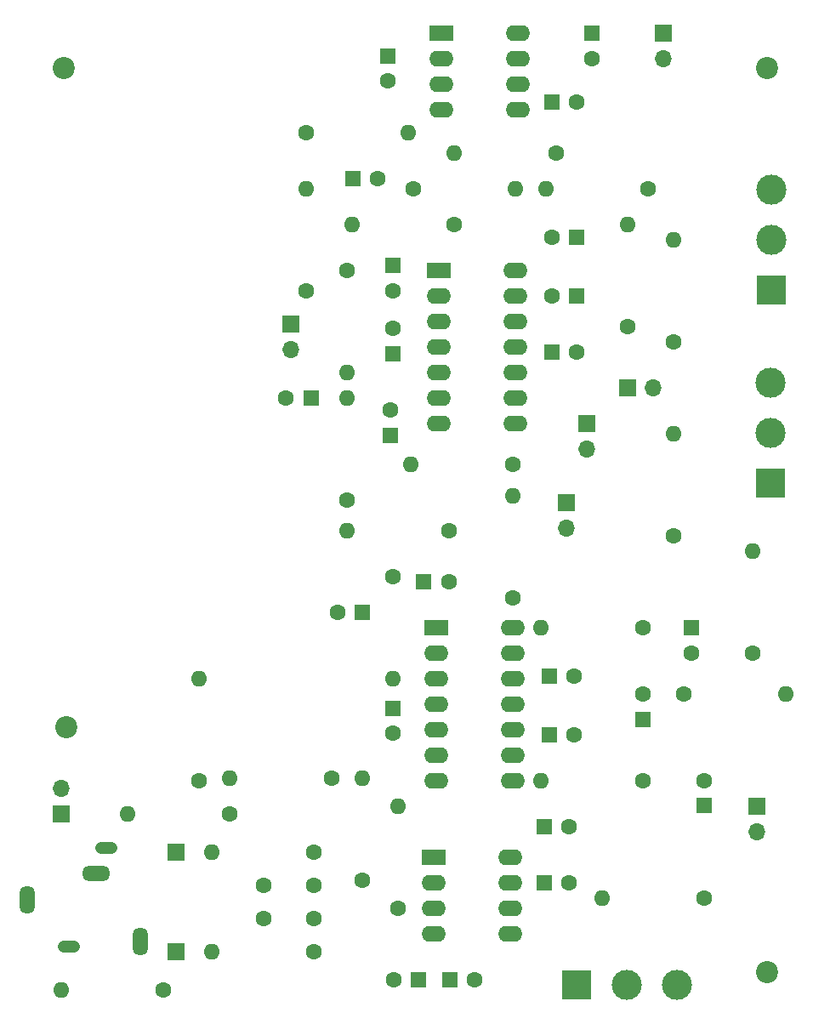
<source format=gbr>
%TF.GenerationSoftware,KiCad,Pcbnew,8.0.4*%
%TF.CreationDate,2025-08-20T08:41:13+03:00*%
%TF.ProjectId,EEG_PCB,4545475f-5043-4422-9e6b-696361645f70,rev?*%
%TF.SameCoordinates,Original*%
%TF.FileFunction,Soldermask,Bot*%
%TF.FilePolarity,Negative*%
%FSLAX46Y46*%
G04 Gerber Fmt 4.6, Leading zero omitted, Abs format (unit mm)*
G04 Created by KiCad (PCBNEW 8.0.4) date 2025-08-20 08:41:13*
%MOMM*%
%LPD*%
G01*
G04 APERTURE LIST*
%ADD10C,1.600000*%
%ADD11R,1.600000X1.600000*%
%ADD12O,1.600000X1.600000*%
%ADD13R,3.000000X3.000000*%
%ADD14C,3.000000*%
%ADD15C,2.200000*%
%ADD16R,1.700000X1.700000*%
%ADD17O,1.700000X1.700000*%
%ADD18R,2.400000X1.600000*%
%ADD19O,2.400000X1.600000*%
%ADD20O,1.511200X2.819200*%
%ADD21O,2.219200X1.211200*%
%ADD22O,2.819200X1.511200*%
G04 APERTURE END LIST*
D10*
%TO.C,C2*%
X196088000Y-53340000D03*
D11*
X193588000Y-53340000D03*
%TD*%
D10*
%TO.C,R6*%
X169926000Y-128016000D03*
D12*
X159766000Y-128016000D03*
%TD*%
D11*
%TO.C,C6*%
X177800000Y-78421113D03*
D10*
X177800000Y-75921113D03*
%TD*%
%TO.C,R21*%
X179832000Y-61976000D03*
D12*
X189992000Y-61976000D03*
%TD*%
D11*
%TO.C,C5*%
X177800000Y-113729888D03*
D10*
X177800000Y-116229888D03*
%TD*%
D11*
%TO.C,C14*%
X208788000Y-123404000D03*
D10*
X208788000Y-120904000D03*
%TD*%
%TO.C,R16*%
X173228000Y-92964000D03*
D12*
X173228000Y-82804000D03*
%TD*%
D13*
%TO.C,RV1*%
X196088000Y-141224000D03*
D14*
X201088000Y-141224000D03*
X206088000Y-141224000D03*
%TD*%
D10*
%TO.C,R13*%
X189738000Y-89408000D03*
D12*
X179578000Y-89408000D03*
%TD*%
D10*
%TO.C,R8*%
X158496000Y-120904000D03*
D12*
X158496000Y-110744000D03*
%TD*%
D10*
%TO.C,R12*%
X213614000Y-108204000D03*
D12*
X213614000Y-98044000D03*
%TD*%
D15*
%TO.C,H2*%
X215000000Y-50000000D03*
%TD*%
D10*
%TO.C,R28*%
X201168000Y-75692000D03*
D12*
X201168000Y-65532000D03*
%TD*%
D10*
%TO.C,R18*%
X194056000Y-58420000D03*
D12*
X183896000Y-58420000D03*
%TD*%
D16*
%TO.C,J9*%
X156210000Y-128016000D03*
%TD*%
D11*
%TO.C,C16*%
X193358888Y-116332000D03*
D10*
X195858888Y-116332000D03*
%TD*%
D16*
%TO.C,J1*%
X204724000Y-46477000D03*
D17*
X204724000Y-49017000D03*
%TD*%
D11*
%TO.C,C9*%
X193358888Y-110490000D03*
D10*
X195858888Y-110490000D03*
%TD*%
D11*
%TO.C,C1*%
X197612000Y-46546888D03*
D10*
X197612000Y-49046888D03*
%TD*%
D13*
%TO.C,RV3*%
X215392000Y-91280000D03*
D14*
X215392000Y-86280000D03*
X215392000Y-81280000D03*
%TD*%
D11*
%TO.C,C18*%
X180848000Y-101092000D03*
D10*
X183348000Y-101092000D03*
%TD*%
%TO.C,R10*%
X202692000Y-105704000D03*
D12*
X192532000Y-105704000D03*
%TD*%
D16*
%TO.C,J6*%
X195072000Y-93213000D03*
D17*
X195072000Y-95753000D03*
%TD*%
D11*
%TO.C,C7*%
X192850888Y-125476000D03*
D10*
X195350888Y-125476000D03*
%TD*%
%TO.C,R11*%
X206756000Y-112308000D03*
D12*
X216916000Y-112308000D03*
%TD*%
D16*
%TO.C,J4*%
X201163000Y-81788000D03*
D17*
X203703000Y-81788000D03*
%TD*%
D11*
%TO.C,C11*%
X180340000Y-140716000D03*
D10*
X177840000Y-140716000D03*
%TD*%
%TO.C,R2*%
X178308000Y-133604000D03*
D12*
X178308000Y-123444000D03*
%TD*%
D11*
%TO.C,C3*%
X177292000Y-48768000D03*
D10*
X177292000Y-51268000D03*
%TD*%
D16*
%TO.C,J8*%
X156210000Y-137922000D03*
%TD*%
D15*
%TO.C,H4*%
X145288000Y-115570000D03*
%TD*%
D11*
%TO.C,C22*%
X196088000Y-66802000D03*
D10*
X193588000Y-66802000D03*
%TD*%
D11*
%TO.C,C15*%
X202692000Y-114808000D03*
D10*
X202692000Y-112308000D03*
%TD*%
%TO.C,R9*%
X202692000Y-120944000D03*
D12*
X192532000Y-120944000D03*
%TD*%
D11*
%TO.C,C24*%
X173776000Y-60960000D03*
D10*
X176276000Y-60960000D03*
%TD*%
D16*
%TO.C,J7*%
X213995000Y-123444000D03*
D17*
X213995000Y-125984000D03*
%TD*%
D18*
%TO.C,U3*%
X182611000Y-46492000D03*
D19*
X182611000Y-49032000D03*
X182611000Y-51572000D03*
X182611000Y-54112000D03*
X190231000Y-54112000D03*
X190231000Y-51572000D03*
X190231000Y-49032000D03*
X190231000Y-46492000D03*
%TD*%
D10*
%TO.C,R17*%
X183896000Y-65532000D03*
D12*
X173736000Y-65532000D03*
%TD*%
D11*
%TO.C,C8*%
X183428000Y-140716000D03*
D10*
X185928000Y-140716000D03*
%TD*%
D11*
%TO.C,C4*%
X192850888Y-131064000D03*
D10*
X195350888Y-131064000D03*
%TD*%
%TO.C,R23*%
X205740000Y-77216000D03*
D12*
X205740000Y-67056000D03*
%TD*%
D11*
%TO.C,C20*%
X174752000Y-104140000D03*
D10*
X172252000Y-104140000D03*
%TD*%
D11*
%TO.C,C21*%
X169632000Y-82804000D03*
D10*
X167132000Y-82804000D03*
%TD*%
%TO.C,R26*%
X189738000Y-102743000D03*
D12*
X189738000Y-92583000D03*
%TD*%
D18*
%TO.C,U1*%
X181864000Y-128564000D03*
D19*
X181864000Y-131104000D03*
X181864000Y-133644000D03*
X181864000Y-136184000D03*
X189484000Y-136184000D03*
X189484000Y-133644000D03*
X189484000Y-131104000D03*
X189484000Y-128564000D03*
%TD*%
D10*
%TO.C,R19*%
X169164000Y-56388000D03*
D12*
X179324000Y-56388000D03*
%TD*%
D15*
%TO.C,H1*%
X145000000Y-50000000D03*
%TD*%
D10*
%TO.C,C13*%
X169926000Y-131318000D03*
X164926000Y-131318000D03*
%TD*%
%TO.C,C12*%
X169926000Y-134620000D03*
X164926000Y-134620000D03*
%TD*%
%TO.C,R22*%
X203200000Y-61976000D03*
D12*
X193040000Y-61976000D03*
%TD*%
D10*
%TO.C,R15*%
X183388000Y-96012000D03*
D12*
X173228000Y-96012000D03*
%TD*%
D11*
%TO.C,C25*%
X177800000Y-69660888D03*
D10*
X177800000Y-72160888D03*
%TD*%
%TO.C,R1*%
X169926000Y-137922000D03*
D12*
X159766000Y-137922000D03*
%TD*%
D10*
%TO.C,R14*%
X177800000Y-100584000D03*
D12*
X177800000Y-110744000D03*
%TD*%
D11*
%TO.C,C10*%
X193588000Y-78232000D03*
D10*
X196088000Y-78232000D03*
%TD*%
D11*
%TO.C,C19*%
X177521112Y-86549113D03*
D10*
X177521112Y-84049113D03*
%TD*%
%TO.C,R4*%
X161544000Y-124206000D03*
D12*
X151384000Y-124206000D03*
%TD*%
D16*
%TO.C,J3*%
X197104000Y-85344000D03*
D17*
X197104000Y-87884000D03*
%TD*%
D10*
%TO.C,R27*%
X173228000Y-70104000D03*
D12*
X173228000Y-80264000D03*
%TD*%
D11*
%TO.C,C23*%
X196088000Y-72644000D03*
D10*
X193588000Y-72644000D03*
%TD*%
%TO.C,R25*%
X208788000Y-132588000D03*
D12*
X198628000Y-132588000D03*
%TD*%
D10*
%TO.C,R20*%
X169164000Y-72136000D03*
D12*
X169164000Y-61976000D03*
%TD*%
D10*
%TO.C,R3*%
X171704000Y-120650000D03*
D12*
X161544000Y-120650000D03*
%TD*%
D10*
%TO.C,R7*%
X174752000Y-130810000D03*
D12*
X174752000Y-120650000D03*
%TD*%
D10*
%TO.C,R5*%
X154940000Y-141732000D03*
D12*
X144780000Y-141732000D03*
%TD*%
D18*
%TO.C,U4*%
X182103000Y-105699000D03*
D19*
X182103000Y-108239000D03*
X182103000Y-110779000D03*
X182103000Y-113319000D03*
X182103000Y-115859000D03*
X182103000Y-118399000D03*
X182103000Y-120939000D03*
X189723000Y-120939000D03*
X189723000Y-118399000D03*
X189723000Y-115859000D03*
X189723000Y-113319000D03*
X189723000Y-110779000D03*
X189723000Y-108239000D03*
X189723000Y-105699000D03*
%TD*%
D16*
%TO.C,J10*%
X144780000Y-124206000D03*
D17*
X144780000Y-121666000D03*
%TD*%
D11*
%TO.C,C17*%
X207518000Y-105704000D03*
D10*
X207518000Y-108204000D03*
%TD*%
D20*
%TO.C,J2*%
X141354000Y-132806000D03*
D21*
X149254000Y-127606000D03*
D22*
X148254000Y-130206000D03*
D20*
X152654000Y-136906000D03*
D21*
X145554000Y-137406000D03*
%TD*%
D13*
%TO.C,RV2*%
X215438000Y-72056000D03*
D14*
X215438000Y-67056000D03*
X215438000Y-62056000D03*
%TD*%
D15*
%TO.C,H3*%
X215000000Y-140000000D03*
%TD*%
D10*
%TO.C,R24*%
X205740000Y-96520000D03*
D12*
X205740000Y-86360000D03*
%TD*%
D18*
%TO.C,U2*%
X182372000Y-70104000D03*
D19*
X182372000Y-72644000D03*
X182372000Y-75184000D03*
X182372000Y-77724000D03*
X182372000Y-80264000D03*
X182372000Y-82804000D03*
X182372000Y-85344000D03*
X189992000Y-85344000D03*
X189992000Y-82804000D03*
X189992000Y-80264000D03*
X189992000Y-77724000D03*
X189992000Y-75184000D03*
X189992000Y-72644000D03*
X189992000Y-70104000D03*
%TD*%
D16*
%TO.C,J5*%
X167640000Y-75433000D03*
D17*
X167640000Y-77973000D03*
%TD*%
M02*

</source>
